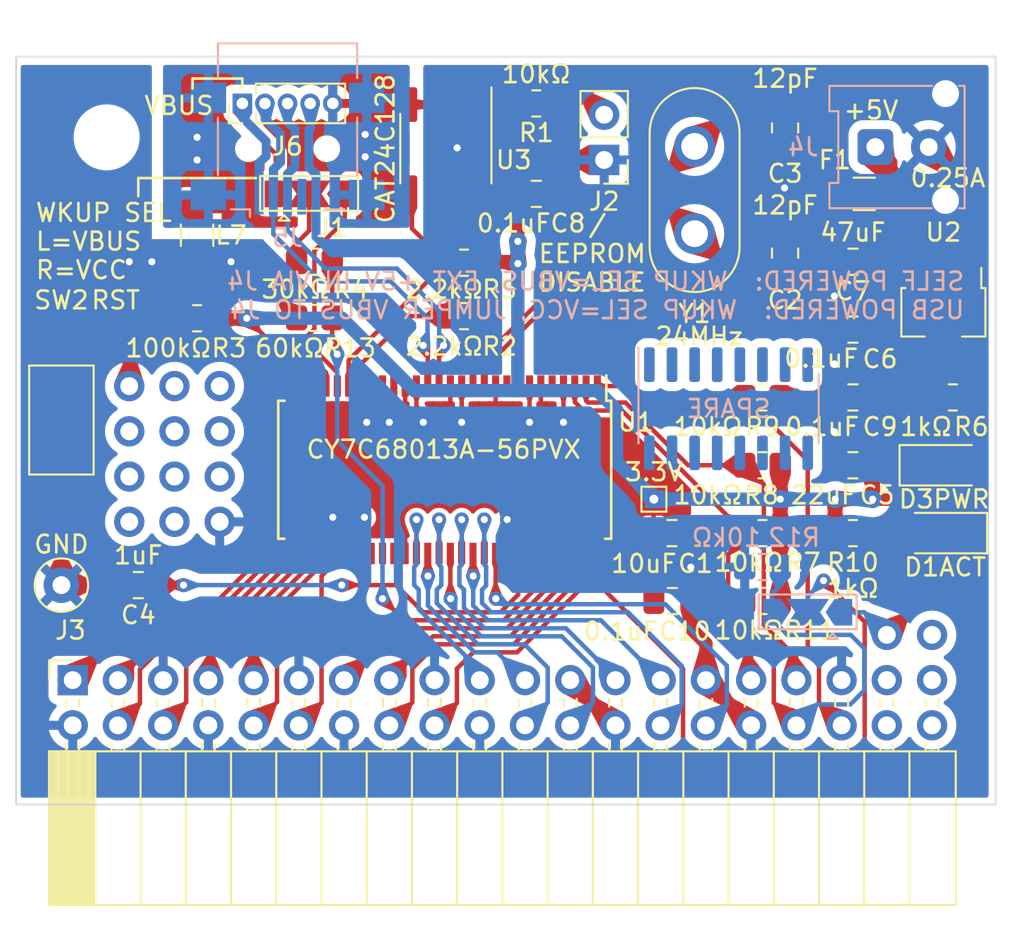
<source format=kicad_pcb>
(kicad_pcb (version 20221018) (generator pcbnew)
  (layers (0 "F.Cu" signal) (31 "B.Cu" signal) (34 "B.Paste" user) (35 "F.Paste" user) (36 "B.SilkS" user "B.Silkscreen") (37 "F.SilkS" user "F.Silkscreen") (38 "B.Mask" user) (39 "F.Mask" user) (44 "Edge.Cuts" user))
  (net 0 "")
  (net 1 "Net-(U1-XTALOUT)")
  (net 2 "GNDPWR")
  (net 3 "GNDREF")
  (net 4 "VCC")
  (net 5 "Net-(U1-XTALIN)")
  (net 6 "Net-(U1-~{RESET})")
  (net 7 "Net-(U2-VI)")
  (net 8 "Net-(U1-WAKEUP)")
  (net 9 "/SDA")
  (net 10 "/SCL")
  (net 11 "Net-(D1-K)")
  (net 12 "Net-(D1-A)")
  (net 13 "/D-")
  (net 14 "/D+")
  (net 15 "Net-(D3-A)")
  (net 16 "/A0")
  (net 17 "/A1")
  (net 18 "/A2")
  (net 19 "/A3")
  (net 20 "/A4")
  (net 21 "/A5")
  (net 22 "/A6")
  (net 23 "/A7")
  (net 24 "/A8")
  (net 25 "/A9")
  (net 26 "/A10")
  (net 27 "/A11")
  (net 28 "/D0")
  (net 29 "/D1")
  (net 30 "/D2")
  (net 31 "/D3")
  (net 32 "/D4")
  (net 33 "/D5")
  (net 34 "/D6")
  (net 35 "/D7")
  (net 36 "/~{RD}")
  (net 37 "/~{WR}")
  (net 38 "/PSEN")
  (net 39 "/~{RESET}")
  (net 40 "Net-(J4-Pin_1)")
  (net 41 "Net-(J1-A)")
  (net 42 "Net-(J1-C)")
  (net 43 "Net-(J2-B)")
  (net 49 "Net-(J7-C)")
  (footprint "Resistor_SMD:R_0805_2012Metric_Pad1.20x1.40mm_HandSolder" (layer "F.Cu") (at 130.81 83.82 180)
    (fp_text reference "R3")
    (fp_text value "100kΩ")
  )
  (footprint "Resistor_SMD:R_0805_2012Metric_Pad1.20x1.40mm_HandSolder" (layer "F.Cu") (at 162.56 88.265)
    (fp_text reference "R9")
    (fp_text value "10kΩ")
  )
  (footprint "Resistor_SMD:R_0805_2012Metric_Pad1.20x1.40mm_HandSolder" (layer "F.Cu") (at 149.86 71.755 180)
    (fp_text reference "R1")
    (fp_text value "10kΩ")
  )
  (footprint "Capacitor_SMD:C_0805_2012Metric_Pad1.18x1.45mm_HandSolder" (layer "F.Cu") (at 167.64 88.265 180)
    (fp_text reference "C9")
    (fp_text value "0.1uF")
  )
  (footprint "" (layer "F.Cu") (at 127 92.71)
    (fp_text reference "")
    (fp_text value "")
  )
  (footprint "" (layer "F.Cu") (at 172.085 101.6)
    (fp_text reference "")
    (fp_text value "")
  )
  (footprint "Package_SO:SOIC-8_3.9x4.9mm_P1.27mm" (layer "F.Cu") (at 144.78 74.295 -90)
    (fp_text reference "U3")
    (fp_text value "CAT24C128")
  )
  (footprint "Connector_PinSocket_2.54mm:PinSocket_2x20_P2.54mm_Horizontal" (layer "F.Cu") (at 123.825 104.14 90)
    (fp_text reference "J3")
    (fp_text value "Conn_02x20_Odd_Even")
  )
  (footprint "" (layer "F.Cu") (at 132.08 95.25)
    (fp_text reference "")
    (fp_text value "")
  )
  (footprint "TestPoint:TestPoint_Loop_D2.50mm_Drill1.0mm" (layer "F.Cu") (at 123.19 98.806)
    (fp_text reference "TP2" hide)
    (fp_text value "GND")
  )
  (footprint "Jumper:SolderJumper-3_P2.0mm_Open_TrianglePad1.0x1.5mm" (layer "F.Cu") (at 137.1 76.835)
    (fp_text reference "J1")
    (fp_text value "Jumper_3_Bridged12")
  )
  (footprint "LED_SMD:LED_1206_3216Metric_Pad1.42x1.75mm_HandSolder" (layer "F.Cu") (at 172.72 92.075)
    (fp_text reference "D3")
    (fp_text value "PWR")
  )
  (footprint "Package_TO_SOT_SMD:SOT-89-3_Handsoldering" (layer "F.Cu") (at 172.72 83.185 -90)
    (fp_text reference "U2")
    (fp_text value "AZ1117-3.3")
  )
  (footprint "" (layer "F.Cu") (at 127 87.63)
    (fp_text reference "")
    (fp_text value "")
  )
  (footprint "Connector_PinHeader_2.54mm:PinHeader_1x02_P2.54mm_Vertical" (layer "F.Cu") (at 153.67 74.93 180)
    (fp_text reference "J2")
    (fp_text value "EEPROM\nDISABLE")
  )
  (footprint "Capacitor_SMD:C_0805_2012Metric_Pad1.18x1.45mm_HandSolder" (layer "F.Cu") (at 167.64 92.075 180)
    (fp_text reference "C5")
    (fp_text value "22uF")
  )
  (footprint "" (layer "F.Cu") (at 129.54 87.63)
    (fp_text reference "")
    (fp_text value "")
  )
  (footprint "LED_SMD:LED_1206_3216Metric_Pad1.42x1.75mm_HandSolder" (layer "F.Cu") (at 172.72 95.885 180)
    (fp_text reference "D1")
    (fp_text value "ACT")
  )
  (footprint "Button_Switch_SMD:SW_SPST_FSMSM" (layer "F.Cu") (at 123.19 89.535 90)
    (fp_text reference "SW2")
    (fp_text value "RST")
  )
  (footprint "Capacitor_SMD:C_0805_2012Metric_Pad1.18x1.45mm_HandSolder" (layer "F.Cu") (at 163.83 73.1305 -90)
    (fp_text reference "C3")
    (fp_text value "12pF")
  )
  (footprint "Resistor_SMD:R_0805_2012Metric_Pad1.20x1.40mm_HandSolder" (layer "F.Cu") (at 137.4 80.645)
    (fp_text reference "R4")
    (fp_text value "30kΩ")
  )
  (footprint "" (layer "F.Cu") (at 127 95.25)
    (fp_text reference "")
    (fp_text value "")
  )
  (footprint "Crystal:Crystal_HC50_Vertical" (layer "F.Cu") (at 158.75 74.168 -90)
    (fp_text reference "Y1")
    (fp_text value "24MHz")
  )
  (footprint "Resistor_SMD:R_0805_2012Metric_Pad1.20x1.40mm_HandSolder" (layer "F.Cu") (at 145.8 80.7 180)
    (fp_text reference "R5")
    (fp_text value "2.2kΩ")
  )
  (footprint "Capacitor_SMD:C_0805_2012Metric_Pad1.18x1.45mm_HandSolder" (layer "F.Cu") (at 127.508 98.806 180)
    (fp_text reference "C4")
    (fp_text value "1uF")
  )
  (footprint "Package_SO:SSOP-56_7.5x18.5mm_P0.635mm" (layer "F.Cu") (at 144.7165 92.328 -90)
    (fp_text reference "U1")
    (fp_text value "CY7C68013A-56PVX")
  )
  (footprint "" (layer "F.Cu") (at 132.08 92.71)
    (fp_text reference "")
    (fp_text value "")
  )
  (footprint "" (layer "F.Cu") (at 127 90.17)
    (fp_text reference "")
    (fp_text value "")
  )
  (footprint "Resistor_SMD:R_0805_2012Metric_Pad1.20x1.40mm_HandSolder" (layer "F.Cu") (at 173.25 88.265)
    (fp_text reference "R6")
    (fp_text value "1kΩ")
  )
  (footprint "Resistor_SMD:R_0805_2012Metric_Pad1.20x1.40mm_HandSolder" (layer "F.Cu") (at 162.56 99.695 180)
    (fp_text reference "R11")
    (fp_text value "10kΩ")
  )
  (footprint "" (layer "F.Cu") (at 129.54 92.71)
    (fp_text reference "")
    (fp_text value "")
  )
  (footprint "Fuse:Fuse_1206_3216Metric_Pad1.42x1.75mm_HandSolder" (layer "F.Cu") (at 168.275 76.835)
    (fp_text reference "F1")
    (fp_text value "0.25A")
  )
  (footprint "Resistor_SMD:R_0805_2012Metric_Pad1.20x1.40mm_HandSolder" (layer "F.Cu") (at 145.8 83.7 180)
    (fp_text reference "R2")
    (fp_text value "2.2kΩ")
  )
  (footprint "Capacitor_SMD:C_0805_2012Metric_Pad1.18x1.45mm_HandSolder" (layer "F.Cu") (at 157.48 95.885)
    (fp_text reference "C1")
    (fp_text value "10uF")
  )
  (footprint "Resistor_SMD:R_0805_2012Metric_Pad1.20x1.40mm_HandSolder" (layer "F.Cu") (at 167.64 95.885)
    (fp_text reference "R10")
    (fp_text value "1kΩ")
  )
  (footprint "" (layer "F.Cu") (at 129.54 90.17)
    (fp_text reference "")
    (fp_text value "")
  )
  (footprint "Capacitor_SMD:C_0805_2012Metric_Pad1.18x1.45mm_HandSolder" (layer "F.Cu") (at 167.64 80.645 180)
    (fp_text reference "C7")
    (fp_text value "47uF")
  )
  (footprint "Capacitor_SMD:C_0805_2012Metric_Pad1.18x1.45mm_HandSolder" (layer "F.Cu") (at 149.86 76.835)
    (fp_text reference "C8")
    (fp_text value "0.1uF")
  )
  (footprint "Capacitor_SMD:C_0805_2012Metric_Pad1.18x1.45mm_HandSolder" (layer "F.Cu") (at 167.64 84.455 180)
    (fp_text reference "C6")
    (fp_text value "0.1uF")
  )
  (footprint "Capacitor_SMD:C_0805_2012Metric_Pad1.18x1.45mm_HandSolder" (layer "F.Cu") (at 157.5 99.7)
    (fp_text reference "C10")
    (fp_text value "0.1uF")
  )
  (footprint "" (layer "F.Cu") (at 169.545 101.6)
    (fp_text reference "")
    (fp_text value "")
  )
  (footprint "Inductor_SMD:L_1206_3216Metric_Pad1.42x1.75mm_HandSolder" (layer "F.Cu") (at 130.81 79.1575 -90)
    (fp_text reference "L7")
    (fp_text value "220Ω@100MHz")
  )
  (footprint "Resistor_SMD:R_0805_2012Metric_Pad1.20x1.40mm_HandSolder" (layer "F.Cu") (at 162.56 92.075 180)
    (fp_text reference "R8")
    (fp_text value "10kΩ")
  )
  (footprint "Connector_PinHeader_1.27mm:PinHeader_1x05_P1.27mm_Vertical" (layer "F.Cu") (at 133.35 71.755 90)
    (fp_text reference "J6")
    (fp_text value "Conn_01x05")
  )
  (footprint "" (layer "F.Cu") (at 132.08 87.63)
    (fp_text reference "")
    (fp_text value "")
  )
  (footprint "TestPoint:TestPoint_THTPad_1.0x1.0mm_Drill0.5mm" (layer "F.Cu") (at 156.464 93.98)
    (fp_text reference "TP1" hide)
    (fp_text value "3.3V")
  )
  (footprint "Capacitor_SMD:C_0805_2012Metric_Pad1.18x1.45mm_HandSolder" (layer "F.Cu") (at 163.83 80.1585 -90)
    (fp_text reference "C2")
    (fp_text value "12pF")
  )
  (footprint "" (layer "F.Cu") (at 132.08 90.17)
    (fp_text reference "")
    (fp_text value "")
  )
  (footprint "MountingHole:MountingHole_3.2mm_M3" (layer "F.Cu") (at 125.73 73.66)
    (fp_text reference "H1" hide)
    (fp_text value "MountingHole")
  )
  (footprint "Resistor_SMD:R_0805_2012Metric_Pad1.20x1.40mm_HandSolder" (layer "F.Cu") (at 137.4 83.8 180)
    (fp_text reference "R13")
    (fp_text value "60kΩ")
  )
  (footprint "" (layer "F.Cu") (at 129.54 95.25)
    (fp_text reference "")
    (fp_text value "")
  )
  (footprint "Resistor_SMD:R_0805_2012Metric_Pad1.20x1.40mm_HandSolder" (layer "F.Cu") (at 162.56 95.885 180)
    (fp_text reference "R7")
    (fp_text value "10kΩ")
  )
  (footprint "Connector_Molex:Molex_Micro-Fit_3.0_43045-0212_2x01_P3.00mm_Vertical" (layer "B.Cu") (at 168.9 74.205 -90)
    (fp_text reference "J4")
    (fp_text value "5V")
  )
  (footprint "Jumper:SolderJumper-3_P2.0mm_Open_TrianglePad1.0x1.5mm" (layer "B.Cu") (at 165.1 100.33 180)
    (fp_text reference "J7" hide)
    (fp_text value "Jumper_3_Bridged12")
  )
  (footprint "Package_SO:SOIC-16_3.9x9.9mm_P1.27mm" (layer "B.Cu") (at 160.655 88.9 -90)
    (fp_text reference "SPARE")
    (fp_text value "SOIC-16_3.9x9.9mm_P1.27mm")
  )
  (footprint "Resistor_SMD:R_0805_2012Metric_Pad1.20x1.40mm_HandSolder" (layer "B.Cu") (at 162.56 97.79 180)
    (fp_text reference "R12")
    (fp_text value "10kΩ")
  )
  (footprint "Connector_USB:USB_Mini-B_Lumberg_2486_01_Horizontal" (layer "B.Cu") (at 135.89 74.295)
    (fp_text reference "J5")
    (fp_text value "USB_B_Mini")
  )
  (gr_line (start 134.112 75.946) (end 127.508 75.946) (stroke (width 0.15)) (layer "F.SilkS"))
  (gr_line (start 153.67 77.978) (end 152.908 79.248) (stroke (width 0.15)) (layer "F.SilkS"))
  (gr_line (start 133.35 70.358) (end 133.35 70.866) (stroke (width 0.15)) (layer "F.SilkS"))
  (gr_line (start 130.556 70.918264) (end 130.556 70.358) (stroke (width 0.15)) (layer "F.SilkS"))
  (gr_line (start 127.508 75.946) (end 127.508 76.962) (stroke (width 0.15)) (layer "F.SilkS"))
  (gr_line (start 130.556 70.358) (end 133.35 70.358) (stroke (width 0.15)) (layer "F.SilkS"))
  (gr_rect (start 120.65 69.125) (end 175.65 111.125) (stroke (width 0.1)) (fill none) (layer "Edge.Cuts"))
  (gr_text "SELF POWERED:  WKUP SEL=VBUS, EXT +5V IN VIA J4\nUSB POWERED:  WKUP SEL=VCC, JUMPER VBUS TO J4" (at 173.99 82.55) (layer "B.SilkS") (effects (font (size 1 1)) (justify left mirror)))
  (gr_text "WKUP SEL\nL=VBUS\nR=VCC" (at 121.666 79.502) (layer "F.SilkS") (effects (font (size 1 1)) (justify left)))
  (gr_text "+5V" (at 168.656 72.136) (layer "F.SilkS") (effects (font (size 1 1))))
  (gr_text "VBUS" (at 129.794 71.882) (layer "F.SilkS") (effects (font (size 1 1))))
  (segment (start 163.83 81.196) (end 160.878 81.196) (width 0.25) (layer "F.Cu") (net 1))
  (segment (start 156.304396 77.25) (end 146.939 86.615396) (width 0.25) (layer "F.Cu") (net 1))
  (segment (start 156.932 77.25) (end 156.304396 77.25) (width 0.25) (layer "F.Cu") (net 1))
  (segment (start 146.939 86.615396) (end 146.939 87.628) (width 0.25) (layer "F.Cu") (net 1))
  (segment (start 158.75 79.068) (end 156.932 77.25) (width 0.25) (layer "F.Cu") (net 1))
  (segment (start 160.878 81.196) (end 158.75 79.068) (width 0.25) (layer "F.Cu") (net 1))
  (via (at 130.81 74.93) (size 1) (drill 0.4) (layers "F.Cu" "B.Cu") (net 2))
  (via (at 140.25 74.75) (size 1) (drill 0.4) (layers "F.Cu" "B.Cu") (net 2))
  (via (at 140.25 73.5) (size 1) (drill 0.4) (layers "F.Cu" "B.Cu") (net 2))
  (via (at 130.81 73.66) (size 1) (drill 0.4) (layers "F.Cu" "B.Cu") (net 2))
  (segment (start 136.4 83.8) (end 134.6 82) (width 0.25) (layer "F.Cu") (net 3))
  (segment (start 138.684 95.75) (end 138.43 95.496) (width 0.25) (layer "F.Cu") (net 3))
  (segment (start 158.5375 101.2375) (end 159.385 102.085) (width 0.75) (layer "F.Cu") (net 3))
  (segment (start 166.6025 82.5715) (end 166.6025 84.455) (width 0.75) (layer "F.Cu") (net 3))
  (segment (start 159.385 104.14) (end 161.925 106.68) (width 0.75) (layer "F.Cu") (net 3))
  (segment (start 150.8975 75.7025) (end 151.67 74.93) (width 0.75) (layer "F.Cu") (net 3))
  (segment (start 141.605 89.113) (end 141.859 88.859) (width 0.25) (layer "F.Cu") (net 3))
  (segment (start 123.19 98.806) (end 126.4705 98.806) (width 0.25) (layer "F.Cu") (net 3))
  (segment (start 163.83 74.168) (end 163.83 79.121) (width 0.75) (layer "F.Cu") (net 3))
  (segment (start 143.129 88.75) (end 143.51 89.131) (width 0.25) (layer "F.Cu") (net 3))
  (segment (start 123.19 98.806) (end 123.19 94.125) (width 0.25) (layer "F.Cu") (net 3))
  (segment (start 166.6025 84.455) (end 166.6025 86.3815) (width 0.75) (layer "F.Cu") (net 3))
  (segment (start 158.5375 99.7) (end 158.5375 95.905) (width 0.75) (layer "F.Cu") (net 3))
  (segment (start 143.129 87.628) (end 143.129 88.75) (width 0.25) (layer "F.Cu") (net 3))
  (segment (start 158.5375 99.7) (end 158.5375 101.2375) (width 0.75) (layer "F.Cu") (net 3))
  (segment (start 166.6025 90.1915) (end 166.6025 92.075) (width 0.75) (layer "F.Cu") (net 3))
  (segment (start 151.384 87.628) (end 151.384 89.662) (width 0.25) (layer "F.Cu") (net 3))
  (segment (start 139.954 95.75) (end 140.208 95.496) (width 0.25) (layer "F.Cu") (net 3))
  (segment (start 141.605 89.662) (end 141.605 89.113) (width 0.25) (layer "F.Cu") (net 3))
  (segment (start 150.8975 76.835) (end 150.8975 75.7025) (width 0.75) (layer "F.Cu") (net 3))
  (segment (start 140.589 88.75) (end 140.335 89.004) (width 0.25) (layer "F.Cu") (net 3))
  (segment (start 166.6025 88.265) (end 166.6025 90.1915) (width 0.75) (layer "F.Cu") (net 3))
  (segment (start 169.349 90.1915) (end 166.6025 90.1915) (width 0.75) (layer "F.Cu") (net 3))
  (segment (start 143.51 89.131) (end 143.51 89.662) (width 0.25) (layer "F.Cu") (net 3))
  (segment (start 159.385 102.085) (end 159.385 104.14) (width 0.75) (layer "F.Cu") (net 3))
  (segment (start 140.208 95.496) (end 140.208 94.996) (width 0.25) (layer "F.Cu") (net 3))
  (segment (start 151.67 74.93) (end 153.67 74.93) (width 0.75) (layer "F.Cu") (net 3))
  (segment (start 134.07 82) (end 132.715 80.645) (width 0.25) (layer "F.Cu") (net 3))
  (segment (start 163.56 88.265) (end 166.6025 88.265) (width 0.75) (layer "F.Cu") (net 3))
  (segment (start 142.875 71.82) (end 145.415 71.82) (width 0.5) (layer "F.Cu") (net 3))
  (segment (start 149.479 87.628) (end 149.479 89.662) (width 0.25) (layer "F.Cu") (net 3))
  (segment (start 145.669 87.628) (end 145.669 89.662) (width 0.25) (layer "F.Cu") (net 3))
  (segment (start 174.22 76.525) (end 174.22 81.035) (width 0.75) (layer "F.Cu") (net 3))
  (segment (start 166.6025 80.645) (end 166.6025 82.5715) (width 0.75) (layer "F.Cu") (net 3))
  (segment (start 134.6 82) (end 134.07 82) (width 0.25) (layer "F.Cu") (net 3))
  (segment (start 140.335 89.004) (end 140.335 89.662) (width 0.25) (layer "F.Cu") (net 3))
  (segment (start 148.209 97.028) (end 148.209 95.1347) (width 0.25) (layer "F.Cu") (net 3))
  (segment (start 138.684 97.028) (end 138.684 95.75) (width 0.25) (layer "F.Cu") (net 3))
  (segment (start 139.954 97.028) (end 139.954 95.75) (width 0.25) (layer "F.Cu") (net 3))
  (segment (start 158.5375 95.905) (end 158.5175 95.885) (width 0.75) (layer "F.Cu") (net 3))
  (segment (start 171.2325 92.075) (end 169.349 90.1915) (width 0.75) (layer "F.Cu") (net 3))
  (segment (start 127 80.645) (end 132.715 80.645) (width 0.75) (layer "F.Cu") (net 3))
  (segment (start 171.9 74.205) (end 174.22 76.525) (width 0.75) (layer "F.Cu") (net 3))
  (segment (start 140.589 87.628) (end 140.589 88.75) (width 0.25) (layer "F.Cu") (net 3))
  (segment (start 145.415 74.25) (end 145.415 71.82) (width 0.5) (layer "F.Cu") (net 3))
  (segment (start 151.765 104.14) (end 154.305 106.68) (width 0.75) (layer "F.Cu") (net 3))
  (segment (start 138.43 95.496) (end 138.43 94.996) (width 0.25) (layer "F.Cu") (net 3))
  (segment (start 166.6025 86.3815) (end 166.6025 88.265) (width 0.75) (layer "F.Cu") (net 3))
  (segment (start 145.415 76.77) (end 145.415 74.25) (width 0.5) (layer "F.Cu") (net 3))
  (segment (start 141.859 87.628) (end 141.859 88.859) (width 0.25) (layer "F.Cu") (net 3))
  (via (at 148.2217 95.122) (size 0.8) (drill 0.4) (layers "F.Cu" "B.Cu") (net 3))
  (via (at 141.605 89.662) (size 0.8) (drill 0.4) (layers "F.Cu" "B.Cu") (net 3))
  (via (at 140.335 89.662) (size 0.8) (drill 0.4) (layers "F.Cu" "B.Cu") (net 3))
  (via (at 140.208 94.996) (size 0.8) (drill 0.4) (layers "F.Cu" "B.Cu") (net 3))
  (via (at 138.43 94.996) (size 0.8) (drill 0.4) (layers "F.Cu" "B.Cu") (net 3))
  (via (at 158.5375 97.8) (size 1) (drill 0.4) (layers "F.Cu" "B.Cu") (net 3))
  (via (at 163.8 76.5) (size 1) (drill 0.4) (layers "F.Cu" "B.Cu") (net 3))
  (via (at 132.715 80.645) (size 1) (drill 0.4) (layers "F.Cu" "B.Cu") (net 3))
  (via (at 145.669 89.662) (size 0.8) (drill 0.4) (layers "F.Cu" "B.Cu") (net 3))
  (via (at 143.51 89.662) (size 0.8) (drill 0.4) (layers "F.Cu" "B.Cu") (net 3))
  (via (at 127 80.645) (size 1) (drill 0.4) (layers "F.Cu" "B.Cu") (net 3))
  (via (at 151.384 89.662) (size 0.8) (drill 0.4) (layers "F.Cu" "B.Cu") (net 3))
  (via (at 166.6025 82.5715) (size 1) (drill 0.4) (layers "F.Cu" "B.Cu") (net 3))
  (via (at 128.27 80.645) (size 1) (drill 0.4) (layers "F.Cu" "B.Cu") (net 3))
  (via (at 166.6025 90.1915) (size 1) (drill 0.4) (layers "F.Cu" "B.Cu") (net 3))
  (via (at 145.415 74.25) (size 1) (drill 0.4) (layers "F.Cu" "B.Cu") (net 3))
  (via (at 149.479 89.662) (size 0.8) (drill 0.4) (layers "F.Cu" "B.Cu") (net 3))
  (via (at 166.6025 86.3815) (size 1) (drill 0.4) (layers "F.Cu" "B.Cu") (net 3))
  (segment (start 137.49 76.995) (end 137.49 79.24) (width 0.5) (layer "B.Cu") (net 3))
  (segment (start 137.49 79.24) (end 138.25 80) (width 0.5) (layer "B.Cu") (net 3))
  (segment (start 137.185393 73.154607) (end 137.185393 71.780393) (width 0.5) (layer "B.Cu") (net 3))
  (segment (start 137.185393 71.780393) (end 137.16 71.755) (width 0.5) (layer "B.Cu") (net 3))
  (segment (start 137.49 76.995) (end 137.49 75.74) (width 0.5) (layer "B.Cu") (net 3))
  (segment (start 137.49 75.74) (end 137.09 75.34) (width 0.5) (layer "B.Cu") (net 3))
  (segment (start 137.09 75.34) (end 137.09 73.25) (width 0.5) (layer "B.Cu") (net 3))
  (segment (start 137.09 73.25) (end 137.185393 73.154607) (width 0.5) (layer "B.Cu") (net 3))
  (segment (start 166.64 93.98) (end 166.64 95.885) (width 0.75) (layer "F.Cu") (net 4))
  (segment (start 172.75 93.211726) (end 172.75 90.5) (width 0.75) (layer "F.Cu") (net 4))
  (segment (start 138.684 86.865208) (end 136.818792 85) (width 0.25) (layer "F.Cu") (net 4))
  (segment (start 172.75 90.5) (end 172.25 90) (width 0.75) (layer "F.Cu") (net 4))
  (segment (start 127 87.63) (end 127 86.2) (width 0.75) (layer "F.Cu") (net 4))
  (segment (start 172.25 87.25) (end 172.72 86.78) (width 0.75) (layer "F.Cu") (net 4))
  (segment (start 172.25 88.265) (end 172.25 87.25) (width 0.75) (layer "F.Cu") (net 4))
  (segment (start 137.4 80.031827) (end 137.4 84.418792) (width 0.25) (layer "F.Cu") (net 4))
  (segment (start 168.6775 92.075) (end 168.75 92.1475) (width 0.75) (layer "F.Cu") (net 4))
  (segment (start 148.8225 80.7505) (end 148.8225 76.835) (width 0.75) (layer "F.Cu") (net 4))
  (segment (start 163.56 95.885) (end 163.56 94.25) (width 0.75) (layer "F.Cu") (net 4))
  (segment (start 146.8 83.7) (end 146.8 80.7) (width 0.75) (layer "F.Cu") (net 4))
  (segment (start 133.6 83.82) (end 131.81 83.82) (width 0.75) (layer "F.Cu") (net 4))
  (segment (start 139.1 76.835) (end 139.1 78.331827) (width 0.25) (layer "F.Cu") (net 4))
  (segment (start 163.56 94.25) (end 163.56 92.075) (width 0.75) (layer "F.Cu") (net 4))
  (segment (start 168.6775 88.265) (end 172.25 88.265) (width 0.75) (layer "F.Cu") (net 4))
  (segment (start 168.75 92.1475) (end 168.75 93.98) (width 0.75) (layer "F.Cu") (net 4))
  (segment (start 139.1 78.331827) (end 137.4 80.031827) (width 0.25) (layer "F.Cu") (net 4))
  (segment (start 166.64 93.98) (end 171.981726 93.98) (width 0.75) (layer "F.Cu") (net 4))
  (segment (start 131.81 85.09) (end 131.81 83.82) (width 0.75) (layer "F.Cu") (net 4))
  (segment (start 172.72 86.78) (end 172.72 81.1225) (width 0.75) (layer "F.Cu") (net 4))
  (segment (start 134.78 85) (end 133.6 83.82) (width 0.25) (layer "F.Cu") (net 4))
  (segment (start 146.78 80.645) (end 148.717 80.645) (width 0.75) (layer "F.Cu") (net 4))
  (segment (start 127 86.2) (end 127.6 85.6) (width 0.75) (layer "F.Cu") (net 4))
  (segment (start 138.684 87.628) (end 138.684 86.865208) (width 0.25) (layer "F.Cu") (net 4))
  (segment (start 146.685 76.77) (end 148.7575 76.77) (width 0.5) (layer "F.Cu") (net 4))
  (segment (start 148.8225 75.2775) (end 150.86 73.24) (width 0.5) (layer "F.Cu") (net 4))
  (segment (start 127.6 85.6) (end 131.3 85.6) (width 0.75) (layer "F.Cu") (net 4))
  (segment (start 137.4 84.418792) (end 136.818792 85) (width 0.25) (layer "F.Cu") (net 4))
  (segment (start 136.818792 85) (end 134.78 85) (width 0.25) (layer "F.Cu") (net 4))
  (segment (start 171.981726 93.98) (end 172.75 93.211726) (width 0.75) (layer "F.Cu") (net 4))
  (segment (start 150.86 73.24) (end 150.86 71.755) (width 0.5) (layer "F.Cu") (net 4))
  (segment (start 131.3 85.6) (end 131.81 85.09) (width 0.75) (layer "F.Cu") (net 4))
  (segment (start 163.56 95.885) (end 163.56 99.695) (width 0.75) (layer "F.Cu") (net 4))
  (segment (start 148.8225 76.835) (end 148.8225 75.2775) (width 0.5) (layer "F.Cu") (net 4))
  (segment (start 172.25 90) (end 172.25 88.265) (width 0.75) (layer "F.Cu") (net 4))
  (via (at 148.8225 80.7505) (size 1) (drill 0.4) (layers "F.Cu" "B.Cu") (net 4))
  (via (at 166.64 93.98) (size 1) (drill 0.4) (layers "F.Cu" "B.Cu") (net 4))
  (via (at 168.75 93.98) (size 1) (drill 0.4) (layers "F.Cu" "B.Cu") (net 4))
  (via (at 133.6 83.82) (size 1) (drill 0.4) (layers "F.Cu" "B.Cu") (net 4))
  (via (at 163.56 93.98) (size 1) (drill 0.4) (layers "F.Cu" "B.Cu") (net 4))
  (via (at 148.8225 79.5) (size 1) (drill 0.4) (layers "F.Cu" "B.Cu") (net 4))
  (segment (start 138.9425 83.82) (end 133.6 83.82) (width 0.75) (layer "B.Cu") (net 4))
  (segment (start 148.8225 87.8625) (end 148.844 87.884) (width 0.75) (layer "B.Cu") (net 4))
  (segment (start 153.289 87.884) (end 148.844 87.884) (width 0.75) (layer "B.Cu") (net 4))
  (segment (start 163.56 93.98) (end 156.464 93.98) (width 0.75) (layer "B.Cu") (net 4))
  (segment (start 154.3685 91.8845) (end 154.3685 88.9635) (width 0.75) (layer "B.Cu") (net 4))
  (segment (start 156.464 93.98) (end 154.3685 91.8845) (width 0.75) (layer "B.Cu") (net 4))
  (segment (start 143.0065 87.884) (end 138.9425 83.82) (width 0.75) (layer "B.Cu") (net 4))
  (segment (start 148.8225 79.5) (end 148.8225 87.8625) (width 0.75) (layer "B.Cu") (net 4))
  (segment (start 163.56 93.98) (end 168.75 93.98) (width 0.75) (layer "B.Cu") (net 4))
  (segment (start 148.844 87.884) (end 143.0065 87.884) (width 0.75) (layer "B.Cu") (net 4))
  (segment (start 154.3685 88.9635) (end 153.289 87.884) (width 0.75) (layer "B.Cu") (net 4))
  (segment (start 158.75 74.168) (end 146.304 86.614) (width 0.25) (layer "F.Cu") (net 5))
  (segment (start 146.304 86.614) (end 146.304 87.628) (width 0.25) (layer "F.Cu") (net 5))
  (segment (start 158.75 74.168) (end 160.825 72.093) (width 0.25) (layer "F.Cu") (net 5))
  (segment (start 160.825 72.093) (end 163.83 72.093) (width 0.25) (layer "F.Cu") (net 5))
  (segment (start 147.849005 100.33) (end 148.844 99.335005) (width 0.25) (layer "F.Cu") (net 6))
  (segment (start 143.51 100.33) (end 147.849005 100.33) (width 0.25) (layer "F.Cu") (net 6))
  (segment (start 125.2 91.545) (end 123.19 89.535) (width 0.25) (layer "F.Cu") (net 6))
  (segment (start 124.315 83.82) (end 123.19 84.945) (width 0.25) (layer "F.Cu") (net 6))
  (segment (start 128 97.1) (end 126.056 97.1) (width 0.25) (layer "F.Cu") (net 6))
  (segment (start 148.844 99.335005) (end 148.844 97.028) (width 0.25) (layer "F.Cu") (net 6))
  (segment (start 130.048 98.806) (end 128.5455 98.806) (width 0.25) (layer "F.Cu") (net 6))
  (segment (start 129.81 83.82) (end 124.315 83.82) (width 0.25) (layer "F.Cu") (net 6))
  (segment (start 126.056 97.1) (end 125.2 96.244) (width 0.25) (layer "F.Cu") (net 6))
  (segment (start 128.5455 98.806) (end 128.5455 97.6455) (width 0.25) (layer "F.Cu") (net 6))
  (segment (start 128.5455 97.6455) (end 128 97.1) (width 0.25) (layer "F.Cu") (net 6))
  (segment (start 125.2 96.244) (end 125.2 91.545) (width 0.25) (layer "F.Cu") (net 6))
  (segment (start 138.938 98.806) (end 141.986 98.806) (width 0.25) (layer "F.Cu") (net 6))
  (segment (start 141.986 98.806) (end 143.51 100.33) (width 0.25) (layer "F.Cu") (net 6))
  (segment (start 123.19 89.535) (end 123.19 84.945) (width 0.25) (layer "F.Cu") (net 6))
  (via (at 130.048 98.806) (size 0.8) (drill 0.4) (layers "F.Cu" "B.Cu") (net 6))
  (via (at 138.938 98.806) (size 0.8) (drill 0.4) (layers "F.Cu" "B.Cu") (net 6))
  (segment (start 130.048 98.806) (end 138.938 98.806) (width 0.25) (layer "B.Cu") (net 6))
  (segment (start 168.6775 80.645) (end 169.799 80.645) (width 0.75) (layer "F.Cu") (net 7))
  (segment (start 166.7875 77.86925) (end 168.6775 79.75925) (width 0.75) (layer "F.Cu") (net 7))
  (segment (start 166.7875 76.835) (end 166.7875 77.86925) (width 0.75) (layer "F.Cu") (net 7))
  (segment (start 169.799 80.645) (end 170.189 81.035) (width 0.75) (layer "F.Cu") (net 7))
  (segment (start 168.6775 80.645) (end 168.6775 84.455) (width 0.75) (layer "F.Cu") (net 7))
  (segment (start 168.6775 79.75925) (end 168.6775 80.645) (width 0.75) (layer "F.Cu") (net 7))
  (segment (start 170.189 81.035) (end 171.22 81.035) (width 0.75) (layer "F.Cu") (net 7))
  (segment (start 150.114 97.028) (end 150.114 96.386) (width 0.25) (layer "F.Cu") (net 8))
  (segment (start 150.114 98.701401) (end 150.114 97.028) (width 0.25) (layer "F.Cu") (net 8))
  (segment (start 150.397 96.103) (end 153.814 96.103) (width 0.25) (layer "F.Cu") (net 8))
  (segment (start 141.224 99.568) (end 142.436 100.78) (width 0.25) (layer "F.Cu") (net 8))
  (segment (start 142.436 100.78) (end 148.035401 100.78) (width 0.25) (layer "F.Cu") (net 8))
  (segment (start 150.114 96.386) (end 150.397 96.103) (width 0.25) (layer "F.Cu") (net 8))
  (segment (start 153.814 96.103) (end 156.4625 98.7515) (width 0.25) (layer "F.Cu") (net 8))
  (segment (start 138.680926 85.837835) (end 138.680926 85.180926) (width 0.25) (layer "F.Cu") (net 8))
  (segment (start 156.4625 98.7515) (end 156.4625 99.7) (width 0.25) (layer "F.Cu") (net 8))
  (segment (start 138.4 84.9) (end 138.4 80.645) (width 0.25) (layer "F.Cu") (net 8))
  (segment (start 148.035401 100.78) (end 150.114 98.701401) (width 0.25) (layer "F.Cu") (net 8))
  (segment (start 138.680926 85.180926) (end 138.4 84.9) (width 0.25) (layer "F.Cu") (net 8))
  (via (at 141.224 99.568) (size 0.8) (drill 0.4) (layers "F.Cu" "B.Cu") (net 8))
  (via (at 138.680926 85.837835) (size 0.8) (drill 0.4) (layers "F.Cu" "B.Cu") (net 8))
  (segment (start 141.224 93.224) (end 141.224 99.568) (width 0.25) (layer "B.Cu") (net 8))
  (segment (start 138.680926 90.680926) (end 141.224 93.224) (width 0.25) (layer "B.Cu") (net 8))
  (segment (start 138.680926 85.837835) (end 138.680926 90.680926) (width 0.25) (layer "B.Cu") (net 8))
  (segment (start 144.8 80.7) (end 142.875 78.775) (width 0.25) (layer "F.Cu") (net 9))
  (segment (start 142.875 78.775) (end 142.875 76.77) (width 0.25) (layer "F.Cu") (net 9))
  (segment (start 144.8 80.7) (end 139.319 86.181) (width 0.25) (layer "F.Cu") (net 9))
  (segment (start 139.319 86.181) (end 139.319 87.628) (width 0.25) (layer "F.Cu") (net 9))
  (segment (start 142.7 83.7) (end 139.954 86.446) (width 0.25) (layer "F.Cu") (net 10))
  (segment (start 144.145 78.345) (end 144.145 76.77) (width 0.25) (layer "F.Cu") (net 10))
  (segment (start 144.8 83.7) (end 142.7 83.7) (width 0.25) (layer "F.Cu") (net 10))
  (segment (start 139.954 86.446) (end 139.954 87.628) (width 0.25) (layer "F.Cu") (net 10))
  (segment (start 144.8 83.7) (end 145.8 82.7) (width 0.25) (layer "F.Cu") (net 10))
  (segment (start 145.8 82.7) (end 145.8 80) (width 0.25) (layer "F.Cu") (net 10))
  (segment (start 145.8 80) (end 144.145 78.345) (width 0.25) (layer "F.Cu") (net 10))
  (segment (start 174.2075 96.9375) (end 169.545 101.6) (width 0.25) (layer "F.Cu") (net 11))
  (segment (start 174.2075 95.885) (end 174.2075 96.9375) (width 0.25) (layer "F.Cu") (net 11))
  (segment (start 169.545 101.6) (end 168.275 100.33) (width 0.25) (layer "B.Cu") (net 11))
  (segment (start 168.275 100.33) (end 167.1 100.33) (width 0.25) (layer "B.Cu") (net 11))
  (segment (start 168.64 95.885) (end 171.2325 95.885) (width 0.75) (layer "F.Cu") (net 12))
  (segment (start 143.764 87.628) (end 143.764 85.598) (width 0.25) (layer "F.Cu") (net 13))
  (segment (start 143.764 85.598) (end 143.51 85.344) (width 0.25) (layer "F.Cu") (net 13))
  (via (at 143.51 85.344) (size 0.8) (drill 0.4) (layers "F.Cu" "B.Cu") (net 13))
  (segment (start 141.681802 81.75) (end 137.75 81.75) (width 0.25) (layer "B.Cu") (net 13))
  (segment (start 137.75 81.75) (end 135.09 79.09) (width 0.25) (layer "B.Cu") (net 13))
  (segment (start 143.51 85.344) (end 143.75 85.104) (width 0.25) (layer "B.Cu") (net 13))
  (segment (start 143.75 85.104) (end 143.75 83.818198) (width 0.25) (layer "B.Cu") (net 13))
  (segment (start 143.75 83.818198) (end 141.681802 81.75) (width 0.25) (layer "B.Cu") (net 13))
  (segment (start 134.62 72.62) (end 135.5 73.5) (width 0.5) (layer "B.Cu") (net 13))
  (segment (start 135.5 75.055025) (end 135.09 75.465025) (width 0.5) (layer "B.Cu") (net 13))
  (segment (start 135.09 79.09) (end 135.09 76.995) (width 0.25) (layer "B.Cu") (net 13))
  (segment (start 135.09 75.465025) (end 135.09 76.995) (width 0.5) (layer "B.Cu") (net 13))
  (segment (start 134.62 71.755) (end 134.62 72.62) (width 0.5) (layer "B.Cu") (net 13))
  (segment (start 135.5 73.5) (end 135.5 75.055025) (width 0.5) (layer "B.Cu") (net 13))
  (segment (start 144.399 87.628) (end 144.399 85.598) (width 0.25) (layer "F.Cu") (net 14))
  (segment (start 144.399 85.598) (end 144.653 85.344) (width 0.25) (layer "F.Cu") (net 14))
  (via (at 144.653 85.344) (size 0.8) (drill 0.4) (layers "F.Cu" "B.Cu") (net 14))
  (segment (start 135.89 75.709999) (end 135.89 76.995) (width 0.5) (layer "B.Cu") (net 14))
  (segment (start 144.406059 83.406059) (end 142.026 81.026) (width 0.25) (layer "B.Cu") (net 14))
  (segment (start 142.026 81.026) (end 138.026 81.026) (width 0.25) (layer "B.Cu") (net 14))
  (segment (start 135.89 72.789999) (end 136.3 73.199999) (width 0.5) (layer "B.Cu") (net 14))
  (segment (start 138.026 81.026) (end 135.89 78.89) (width 0.25) (layer "B.Cu") (net 14))
  (segment (start 136.3 73.199999) (end 136.3 75.299999) (width 0.5) (layer "B.Cu") (net 14))
  (segment (start 135.89 78.89) (end 135.89 76.995) (width 0.25) (layer "B.Cu") (net 14))
  (segment (start 135.89 71.755) (end 135.89 72.789999) (width 0.5) (layer "B.Cu") (net 14))
  (segment (start 144.653 85.344) (end 144.406059 85.097059) (width 0.25) (layer "B.Cu") (net 14))
  (segment (start 136.3 75.299999) (end 135.89 75.709999) (width 0.5) (layer "B.Cu") (net 14))
  (segment (start 144.406059 85.097059) (end 144.406059 83.406059) (width 0.25) (layer "B.Cu") (net 14))
  (segment (start 174.25 90.164) (end 174.244 90.17) (width 0.75) (layer "F.Cu") (net 15))
  (segment (start 174.244 90.17) (end 174.244 92.0385) (width 0.75) (layer "F.Cu") (net 15))
  (segment (start 174.25 88.265) (end 174.25 90.164) (width 0.75) (layer "F.Cu") (net 15))
  (segment (start 134.7 88.722792) (end 134.7 86.527208) (width 0.25) (layer "F.Cu") (net 16))
  (segment (start 134.794 88.816792) (end 134.7 88.722792) (width 0.25) (layer "F.Cu") (net 16))
  (segment (start 123.825 104.14) (end 126.63 101.335) (width 0.25) (layer "F.Cu") (net 16))
  (segment (start 138.049 86.866604) (end 138.049 87.628) (width 0.25) (layer "F.Cu") (net 16))
  (segment (start 135.424208 85.803) (end 136.985396 85.803) (width 0.25) (layer "F.Cu") (net 16))
  (segment (start 134.794 95.198812) (end 134.794 88.816792) (width 0.25) (layer "F.Cu") (net 16))
  (segment (start 130.304624 101.335) (end 134.25 97.389624) (width 0.25) (layer "F.Cu") (net 16))
  (segment (start 134.7 86.527208) (end 135.424208 85.803) (width 0.25) (layer "F.Cu") (net 16))
  (segment (start 134.25 97.389624) (end 134.25 95.742812) (width 0.25) (layer "F.Cu") (net 16))
  (segment (start 136.985396 85.803) (end 138.049 86.866604) (width 0.25) (layer "F.Cu") (net 16))
  (segment (start 126.63 101.335) (end 130.304624 101.335) (width 0.25) (layer "F.Cu") (net 16))
  (segment (start 134.25 95.742812) (end 134.794 95.198812) (width 0.25) (layer "F.Cu") (net 16))
  (segment (start 136.799 86.253) (end 137.414 86.868) (width 0.25) (layer "F.Cu") (net 17))
  (segment (start 135.610604 86.253) (end 136.799 86.253) (width 0.25) (layer "F.Cu") (net 17))
  (segment (start 137.414 86.868) (end 137.414 87.628) (width 0.25) (layer "F.Cu") (net 17))
  (segment (start 126.365 104.138604) (end 128.718604 101.785) (width 0.25) (layer "F.Cu") (net 17))
  (segment (start 135.244 88.630396) (end 135.15 88.536396) (width 0.25) (layer "F.Cu") (net 17))
  (segment (start 134.7 97.57602) (end 134.7 95.929208) (width 0.25) (layer "F.Cu") (net 17))
  (segment (start 128.718604 101.785) (end 130.49102 101.785) (width 0.25) (layer "F.Cu") (net 17))
  (segment (start 135.15 86.713604) (end 135.610604 86.253) (width 0.25) (layer "F.Cu") (net 17))
  (segment (start 130.49102 101.785) (end 134.7 97.57602) (width 0.25) (layer "F.Cu") (net 17))
  (segment (start 135.15 88.536396) (end 135.15 86.713604) (width 0.25) (layer "F.Cu") (net 17))
  (segment (start 135.244 95.385208) (end 135.244 88.630396) (width 0.25) (layer "F.Cu") (net 17))
  (segment (start 134.7 95.929208) (end 135.244 95.385208) (width 0.25) (layer "F.Cu") (net 17))
  (segment (start 135.797 86.703) (end 136.487 86.703) (width 0.25) (layer "F.Cu") (net 18))
  (segment (start 135.15 97.762416) (end 135.15 96.115604) (width 0.25) (layer "F.Cu") (net 18))
  (segment (start 135.694 88.444) (end 135.6 88.35) (width 0.25) (layer "F.Cu") (net 18))
  (segment (start 135.6 88.35) (end 135.6 86.9) (width 0.25) (layer "F.Cu") (net 18))
  (segment (start 136.487 86.703) (end 136.779 86.995) (width 0.25) (layer "F.Cu") (net 18))
  (segment (start 135.6 86.9) (end 135.797 86.703) (width 0.25) (layer "F.Cu") (net 18))
  (segment (start 136.779 86.995) (end 136.779 87.628) (width 0.25) (layer "F.Cu") (net 18))
  (segment (start 128.905 102.235) (end 130.677416 102.235) (width 0.25) (layer "F.Cu") (net 18))
  (segment (start 135.15 96.115604) (end 135.694 95.571604) (width 0.25) (layer "F.Cu") (net 18))
  (segment (start 127.6 103.54) (end 128.905 102.235) (width 0.25) (layer "F.Cu") (net 18))
  (segment (start 130.677416 102.235) (end 135.15 97.762416) (width 0.25) (layer "F.Cu") (net 18))
  (segment (start 126.365 106.68) (end 127.6 105.445) (width 0.25) (layer "F.Cu") (net 18))
  (segment (start 127.6 105.445) (end 127.6 103.54) (width 0.25) (layer "F.Cu") (net 18))
  (segment (start 135.694 95.571604) (end 135.694 88.444) (width 0.25) (layer "F.Cu") (net 18))
  (segment (start 135.6 97.948812) (end 130.2 103.348812) (width 0.25) (layer "F.Cu") (net 19))
  (segment (start 136.144 95.758) (end 135.6 96.302) (width 0.25) (layer "F.Cu") (net 19))
  (segment (start 130.2 103.348812) (end 130.2 105.385) (width 0.25) (layer "F.Cu") (net 19))
  (segment (start 135.6 96.302) (end 135.6 97.948812) (width 0.25) (layer "F.Cu") (net 19))
  (segment (start 130.2 105.385) (end 128.905 106.68) (width 0.25) (layer "F.Cu") (net 19))
  (segment (start 136.144 87.628) (end 136.144 95.758) (width 0.25) (layer "F.Cu") (net 19))
  (segment (start 131.445 102.740208) (end 136.144 98.041208) (width 0.25) (layer "F.Cu") (net 20))
  (segment (start 131.445 104.14) (end 131.445 102.740208) (width 0.25) (layer "F.Cu") (net 20))
  (segment (start 136.144 98.041208) (end 136.144 97.028) (width 0.25) (layer "F.Cu") (net 20))
  (segment (start 133.985 104.14) (end 133.985 100.836604) (width 0.25) (layer "F.Cu") (net 21))
  (segment (start 133.985 100.836604) (end 136.779 98.042604) (width 0.25) (layer "F.Cu") (net 21))
  (segment (start 136.779 98.042604) (end 136.779 97.028) (width 0.25) (layer "F.Cu") (net 21))
  (segment (start 135.3 100.158) (end 135.3 105.365) (width 0.25) (layer "F.Cu") (net 22))
  (segment (start 135.3 105.365) (end 133.985 106.68) (width 0.25) (layer "F.Cu") (net 22))
  (segment (start 137.414 98.044) (end 135.3 100.158) (width 0.25) (layer "F.Cu") (net 22))
  (segment (start 137.414 97.028) (end 137.414 98.044) (width 0.25) (layer "F.Cu") (net 22))
  (segment (start 138.049 98.045396) (end 137.8 98.294396) (width 0.25) (layer "F.Cu") (net 23))
  (segment (start 137.8 105.405) (end 136.525 106.68) (width 0.25) (layer "F.Cu") (net 23))
  (segment (start 137.8 98.294396) (end 137.8 105.405) (width 0.25) (layer "F.Cu") (net 23))
  (segment (start 138.049 97.028) (end 138.049 98.045396) (width 0.25) (layer "F.Cu") (net 23))
  (segment (start 148.221797 101.23) (end 141.975 101.23) (width 0.25) (layer "F.Cu") (net 24))
  (segment (start 150.749 97.028) (end 150.749 98.702797) (width 0.25) (layer "F.Cu") (net 24))
  (segment (start 141.975 101.23) (end 139.065 104.14) (width 0.25) (layer "F.Cu") (net 24))
  (segment (start 150.749 98.702797) (end 148.221797 101.23) (width 0.25) (layer "F.Cu") (net 24))
  (segment (start 144.065 101.68) (end 141.605 104.14) (width 0.25) (layer "F.Cu") (net 25))
  (segment (start 151.384 97.028) (end 151.384 98.704193) (width 0.25) (layer "F.Cu") (net 25))
  (segment (start 148.408193 101.68) (end 144.065 101.68) (width 0.25) (layer "F.Cu") (net 25))
  (segment (start 151.384 98.704193) (end 148.408193 101.68) (width 0.25) (layer "F.Cu") (net 25))
  (segment (start 142.9 103.481396) (end 142.9 105.385) (width 0.25) (layer "F.Cu") (net 26))
  (segment (start 152.019 98.705589) (end 148.594589 102.13) (width 0.25) (layer "F.Cu") (net 26))
  (segment (start 144.251396 102.13) (end 142.9 103.481396) (width 0.25) (layer "F.Cu") (net 26))
  (segment (start 142.9 105.385) (end 141.605 106.68) (width 0.25) (layer "F.Cu") (net 26))
  (segment (start 152.019 97.028) (end 152.019 98.705589) (width 0.25) (layer "F.Cu") (net 26))
  (segment (start 148.594589 102.13) (end 144.251396 102.13) (width 0.25) (layer "F.Cu") (net 26))
  (segment (start 152.654 97.028) (end 152.654 98.706985) (width 0.25) (layer "F.Cu") (net 27))
  (segment (start 152.654 98.706985) (end 148.780985 102.58) (width 0.25) (layer "F.Cu") (net 27))
  (segment (start 145.4 103.5) (end 145.4 105.425) (width 0.25) (layer "F.Cu") (net 27))
  (segment (start 146.32 102.58) (end 145.4 103.5) (width 0.25) (layer "F.Cu") (net 27))
  (segment (start 148.780985 102.58) (end 146.32 102.58) (width 0.25) (layer "F.Cu") (net 27))
  (segment (start 145.4 105.425) (end 144.145 106.68) (width 0.25) (layer "F.Cu") (net 27))
  (segment (start 143.129 97.028) (end 143.129 95.1347) (width 0.25) (layer "F.Cu") (net 28))
  (via (at 143.129 95.123) (size 0.8) (drill 0.4) (layers "F.Cu" "B.Cu") (net 28))
  (segment (start 143.002 98.806) (end 143.002 97.79) (width 0.25) (layer "B.Cu") (net 28))
  (segment (start 143.256 99.06) (end 143.002 98.806) (width 0.25) (layer "B.Cu") (net 28))
  (segment (start 143.256 100.156) (end 143.256 99.06) (width 0.25) (layer "B.Cu") (net 28))
  (segment (start 146.685 103.585) (end 143.256 100.156) (width 0.25) (layer "B.Cu") (net 28))
  (segment (start 146.685 104.14) (end 146.685 103.585) (width 0.25) (layer "B.Cu") (net 28))
  (segment (start 143.129 97.663) (end 143.129 95.123) (width 0.25) (layer "B.Cu") (net 28))
  (segment (start 143.002 97.79) (end 143.129 97.663) (width 0.25) (layer "B.Cu") (net 28))
  (segment (start 143.764 97.028) (end 143.764 98.2843) (width 0.25) (layer "F.Cu") (net 29))
  (via (at 143.7767 98.297) (size 0.8) (drill 0.4) (layers "F.Cu" "B.Cu") (net 29))
  (segment (start 147.665 102.58) (end 149.225 104.14) (width 0.25) (layer "B.Cu") (net 29))
  (segment (start 143.7767 98.297) (end 143.7767 99.964285) (width 0.25) (layer "B.Cu") (net 29))
  (segment (start 146.392415 102.58) (end 147.665 102.58) (width 0.25) (layer "B.Cu") (net 29))
  (segment (start 143.7767 99.964285) (end 146.392415 102.58) (width 0.25) (layer "B.Cu") (net 29))
  (segment (start 144.399 97.028) (end 144.399 95.1347) (width 0.25) (layer "F.Cu") (net 30))
  (via (at 144.399 95.123) (size 0.8) (drill 0.4) (layers "F.Cu" "B.Cu") (net 30))
  (segment (start 149.1962 102.13) (end 150.5 103.4338) (width 0.25) (layer "B.Cu") (net 30))
  (segment (start 146.578811 102.13) (end 149.1962 102.13) (width 0.25) (layer "B.Cu") (net 30))
  (segment (start 144.272 99.06) (end 144.272 99.823189) (width 0.25) (layer "B.Cu") (net 30))
  (segment (start 144.526 98.806) (end 144.272 99.06) (width 0.25) (layer "B.Cu") (net 30))
  (segment (start 144.399 95.123) (end 144.399 97.663) (width 0.25) (layer "B.Cu") (net 30))
  (segment (start 144.399 97.663) (end 144.526 97.79) (width 0.25) (layer "B.Cu") (net 30))
  (segment (start 150.5 103.4338) (end 150.5 105.405) (width 0.25) (layer "B.Cu") (net 30))
  (segment (start 150.5 105.405) (end 149.225 106.68) (width 0.25) (layer "B.Cu") (net 30))
  (segment (start 144.272 99.823189) (end 146.578811 102.13) (width 0.25) (layer "B.Cu") (net 30))
  (segment (start 144.526 97.79) (end 144.526 98.806) (width 0.25) (layer "B.Cu") (net 30))
  (segment (start 145.034 97.028) (end 145.034 99.5543) (width 0.25) (layer "F.Cu") (net 31))
  (via (at 145.0467 99.567) (size 0.8) (drill 0.4) (layers "F.Cu" "B.Cu") (net 31))
  (segment (start 151.2862 101.68) (end 153.039278 103.433078) (width 0.25) (layer "B.Cu") (net 31))
  (segment (start 153.039278 105.405722) (end 151.765 106.68) (width 0.25) (layer "B.Cu") (net 31))
  (segment (start 153.039278 103.433078) (end 153.039278 105.405722) (width 0.25) (layer "B.Cu") (net 31))
  (segment (start 146.765207 101.68) (end 151.2862 101.68) (width 0.25) (layer "B.Cu") (net 31))
  (segment (start 145.0467 99.567) (end 145.0467 99.961493) (width 0.25) (layer "B.Cu") (net 31))
  (segment (start 145.0467 99.961493) (end 146.765207 101.68) (width 0.25) (layer "B.Cu") (net 31))
  (segment (start 145.669 97.028) (end 145.669 95.1347) (width 0.25) (layer "F.Cu") (net 32))
  (via (at 145.669 95.123) (size 0.8) (drill 0.4) (layers "F.Cu" "B.Cu") (net 32))
  (segment (start 145.542 98.806) (end 145.542 97.79) (width 0.25) (layer "B.Cu") (net 32))
  (segment (start 145.796 100.074397) (end 145.796 99.06) (width 0.25) (layer "B.Cu") (net 32))
  (segment (start 145.669 97.663) (end 145.669 95.123) (width 0.25) (layer "B.Cu") (net 32))
  (segment (start 151.522 101.23) (end 146.951603 101.23) (width 0.25) (layer "B.Cu") (net 32))
  (segment (start 145.796 99.06) (end 145.542 98.806) (width 0.25) (layer "B.Cu") (net 32))
  (segment (start 154.305 104.013) (end 151.522 101.23) (width 0.25) (layer "B.Cu") (net 32))
  (segment (start 145.542 97.79) (end 145.669 97.663) (width 0.25) (layer "B.Cu") (net 32))
  (segment (start 146.951603 101.23) (end 145.796 100.074397) (width 0.25) (layer "B.Cu") (net 32))
  (segment (start 146.304 97.028) (end 146.304 98.2843) (width 0.25) (layer "F.Cu") (net 33))
  (via (at 146.3167 98.297) (size 0.8) (drill 0.4) (layers "F.Cu" "B.Cu") (net 33))
  (segment (start 153.485 100.78) (end 156.845 104.14) (width 0.25) (layer "B.Cu") (net 33))
  (segment (start 146.3167 98.297) (end 146.3167 99.958701) (width 0.25) (layer "B.Cu") (net 33))
  (segment (start 147.137999 100.78) (end 153.485 100.78) (width 0.25) (layer "B.Cu") (net 33))
  (segment (start 146.3167 99.958701) (end 147.137999 100.78) (width 0.25) (layer "B.Cu") (net 33))
  (segment (start 146.939 97.028) (end 146.939 95.1347) (width 0.25) (layer "F.Cu") (net 34))
  (via (at 146.939 95.123) (size 0.8) (drill 0.4) (layers "F.Cu" "B.Cu") (net 34))
  (segment (start 146.939 97.663) (end 147.0417 97.7657) (width 0.25) (layer "B.Cu") (net 34))
  (segment (start 147.324395 100.33) (end 155.0162 100.33) (width 0.25) (layer "B.Cu") (net 34))
  (segment (start 146.939 95.123) (end 146.939 97.663) (width 0.25) (layer "B.Cu") (net 34))
  (segment (start 146.812 99.06) (end 146.812 99.817605) (width 0.25) (layer "B.Cu") (net 34))
  (segment (start 158.02 105.505) (end 156.845 106.68) (width 0.25) (layer "B.Cu") (net 34))
  (segment (start 147.0417 98.8303) (end 146.812 99.06) (width 0.25) (layer "B.Cu") (net 34))
  (segment (start 155.0162 100.33) (end 158.02 103.3338) (width 0.25) (layer "B.Cu") (net 34))
  (segment (start 158.02 103.3338) (end 158.02 105.505) (width 0.25) (layer "B.Cu") (net 34))
  (segment (start 147.0417 97.7657) (end 147.0417 98.8303) (width 0.25) (layer "B.Cu") (net 34))
  (segment (start 146.812 99.817605) (end 147.324395 100.33) (width 0.25) (layer "B.Cu") (net 34))
  (segment (start 147.574 97.028) (end 147.574 99.5543) (width 0.25) (layer "F.Cu") (net 35))
  (via (at 147.5867 99.567) (size 0.8) (drill 0.4) (layers "F.Cu" "B.Cu") (net 35))
  (segment (start 159.4058 105.9942) (end 159.385 105.9942) (width 0.25) (layer "B.Cu") (net 35))
  (segment (start 160.56 103.3338) (end 160.56 105.505) (width 0.25) (layer "B.Cu") (net 35))
  (segment (start 147.6502 99.568) (end 147.9622 99.88) (width 0.25) (layer "B.Cu") (net 35))
  (segment (start 160.56 105.505) (end 159.385 106.68) (width 0.25) (layer "B.Cu") (net 35))
  (segment (start 147.9622 99.88) (end 157.1062 99.88) (width 0.25) (layer "B.Cu") (net 35))
  (segment (start 157.1062 99.88) (end 160.56 103.3338) (width 0.25) (layer "B.Cu") (net 35))
  (segment (start 161.925 102.87) (end 160.635 101.58) (width 0.25) (layer "F.Cu") (net 36))
  (segment (start 152.019 88.521792) (end 152.500208 89.003) (width 0.25) (layer "F.Cu") (net 36))
  (segment (start 154.678 89.003) (end 161.56 95.885) (width 0.25) (layer "F.Cu") (net 36))
  (segment (start 152.019 87.628) (end 152.019 88.521792) (width 0.25) (layer "F.Cu") (net 36))
  (segment (start 160.635 97.081396) (end 161.56 96.156396) (width 0.25) (layer "F.Cu") (net 36))
  (segment (start 160.635 101.58) (end 160.635 97.081396) (width 0.25) (layer "F.Cu") (net 36))
  (segment (start 152.500208 89.003) (end 154.678 89.003) (width 0.25) (layer "F.Cu") (net 36))
  (segment (start 161.925 104.14) (end 161.925 102.87) (width 0.25) (layer "F.Cu") (net 36))
  (segment (start 154.864396 88.553) (end 158.386396 92.075) (width 0.25) (layer "F.Cu") (net 37))
  (segment (start 152.764 88.553) (end 154.864396 88.553) (width 0.25) (layer "F.Cu") (net 37))
  (segment (start 162.635 93.15) (end 161.56 92.075) (width 0.25) (layer "F.Cu") (net 37))
  (segment (start 152.654 87.628) (end 152.654 88.443) (width 0.25) (layer "F.Cu") (net 37))
  (segment (start 162.635 101.04) (end 162.635 93.15) (width 0.25) (layer "F.Cu") (net 37))
  (segment (start 164.465 102.87) (end 162.635 101.04) (width 0.25) (layer "F.Cu") (net 37))
  (segment (start 158.386396 92.075) (end 161.56 92.075) (width 0.25) (layer "F.Cu") (net 37))
  (segment (start 152.654 88.443) (end 152.764 88.553) (width 0.25) (layer "F.Cu") (net 37))
  (segment (start 164.465 104.14) (end 164.465 102.87) (width 0.25) (layer "F.Cu") (net 37))
  (segment (start 161.56 101.235) (end 163.195 102.87) (width 0.25) (layer "F.Cu") (net 38))
  (segment (start 163.195 105.41) (end 164.465 106.68) (width 0.25) (layer "F.Cu") (net 38))
  (segment (start 163.195 102.87) (end 163.195 105.41) (width 0.25) (layer "F.Cu") (net 38))
  (segment (start 161.56 99.695) (end 161.56 101.235) (width 0.25) (layer "F.Cu") (net 38))
  (segment (start 164.465 106.68) (end 165.64 105.505) (width 0.25) (layer "B.Cu") (net 38))
  (segment (start 163.56 98.822) (end 163.1 99.282) (width 0.25) (layer "B.Cu") (net 38))
  (segment (start 168.275 104.721701) (end 168.275 102.362) (width 0.25) (layer "B.Cu") (net 38))
  (segment (start 163.1 100.73962) (end 163.1 100.33) (width 0.25) (layer "B.Cu") (net 38))
  (segment (start 167.513 101.6) (end 163.96038 101.6) (width 0.25) (layer "B.Cu") (net 38))
  (segment (start 165.64 105.505) (end 167.491701 105.505) (width 0.25) (layer "B.Cu") (net 38))
  (segment (start 163.96038 101.6) (end 163.1 100.73962) (width 0.25) (layer "B.Cu") (net 38))
  (segment (start 167.491701 105.505) (end 168.275 104.721701) (width 0.25) (layer "B.Cu") (net 38))
  (segment (start 168.275 102.362) (end 167.513 101.6) (width 0.25) (layer "B.Cu") (net 38))
  (segment (start 163.1 99.282) (end 163.1 100.33) (width 0.25) (layer "B.Cu") (net 38))
  (segment (start 163.56 97.79) (end 163.56 98.822) (width 0.25) (layer "B.Cu") (net 38))
  (segment (start 165.735 102.87) (end 165.735 105.41) (width 0.25) (layer "F.Cu") (net 39))
  (segment (start 153.289 87.628) (end 154.575792 87.628) (width 0.25) (layer "F.Cu") (net 39))
  (segment (start 165.1 91.805) (end 165.1 102.235) (width 0.25) (layer "F.Cu") (net 39))
  (segment (start 165.735 105.41) (end 167.005 106.68) (width 0.25) (layer "F.Cu") (net 39))
  (segment (start 161.56 88.265) (end 165.1 91.805) (width 0.25) (layer "F.Cu") (net 39))
  (segment (start 155.212792 88.265) (end 161.56 88.265) (width 0.25) (layer "F.Cu") (net 39))
  (segment (start 154.575792 87.628) (end 155.212792 88.265) (width 0.25) (layer "F.Cu") (net 39))
  (segment (start 165.1 102.235) (end 165.735 102.87) (width 0.25) (layer "F.Cu") (net 39))
  (segment (start 168.9 74.205) (end 169.7625 75.0675) (width 0.75) (layer "F.Cu") (net 40))
  (segment (start 169.7625 75.0675) (end 169.7625 76.835) (width 0.75) (layer "F.Cu") (net 40))
  (segment (start 135.23 76.835) (end 135.23 74.597563) (width 0.25) (layer "F.Cu") (net 41))
  (segment (start 135.23 74.597563) (end 133.35 72.717563) (width 0.25) (layer "F.Cu") (net 41))
  (segment (start 133.35 72.717563) (end 133.35 71.755) (width 0.25) (layer "F.Cu") (net 41))
  (segment (start 134.69 74.71) (end 134.29 75.11) (width 0.5) (layer "B.Cu") (net 41))
  (segment (start 134.69 73.880786) (end 134.69 74.71) (width 0.5) (layer "B.Cu") (net 41))
  (segment (start 133.35 71.755) (end 133.35 72.540786) (width 0.5) (layer "B.Cu") (net 41))
  (segment (start 133.35 72.540786) (end 134.69 73.880786) (width 0.5) (layer "B.Cu") (net 41))
  (segment (start 134.29 75.11) (end 134.29 76.995) (width 0.5) (layer "B.Cu") (net 41))
  (segment (start 136.4 79.6) (end 136.4 80.645) (width 0.25) (layer "F.Cu") (net 42))
  (segment (start 137.1 78.9) (end 137.1 76.835) (width 0.25) (layer "F.Cu") (net 42))
  (segment (start 137.1 78.9) (end 136.4 79.6) (width 0.25) (layer "F.Cu") (net 42))
  (segment (start 146.685 71.82) (end 148.795 71.82) (width 0.5) (layer "F.Cu") (net 43))
  (segment (start 150.01 70.605) (end 151.885 70.605) (width 0.5) (layer "F.Cu") (net 43))
  (segment (start 151.885 70.605) (end 153.67 72.39) (width 0.5) (layer "F.Cu") (net 43))
  (segment (start 148.86 71.755) (end 150.01 70.605) (width 0.5) (layer "F.Cu") (net 43))
  (segment (start 153.289 98.689) (end 153.289 97.028) (width 0.25) (layer "F.Cu") (net 49))
  (segment (start 168.3 107.925) (end 167.767 108.458) (width 0.25) (layer "F.Cu") (net 49))
  (segment (start 158.1 103.5) (end 153.289 98.689) (width 0.25) (layer "F.Cu") (net 49))
  (segment (start 158.631556 108.458) (end 158.1 107.926444) (width 0.25) (layer "F.Cu") (net 49))
  (segment (start 168.3 100.863) (end 168.3 107.925) (width 0.25) (layer "F.Cu") (net 49))
  (segment (start 165.989 98.552) (end 168.3 100.863) (width 0.25) (layer "F.Cu") (net 49))
  (segment (start 167.767 108.458) (end 158.631556 108.458) (width 0.25) (layer "F.Cu") (net 49))
  (segment (start 158.1 107.926444) (end 158.1 103.5) (width 0.25) (layer "F.Cu") (net 49))
  (via (at 165.989 98.552) (size 0.8) (drill 0.4) (layers "F.Cu" "B.Cu") (net 49))
  (segment (start 165.989 98.552) (end 165.1 99.441) (width 0.25) (layer "B.Cu") (net 49))
  (segment (start 165.1 99.441) (end 165.1 100.33) (width 0.25) (layer "B.Cu") (net 49))
  (zone (net 4) (net_name "VCC") (layer "F.Cu") (connect_pads (clearance 0.254)) (min_thickness 0.254) (fill yes (thermal_gap 0.254) (thermal_bridge_width 0.254))
    (polygon (pts (xy 158.55 97.65) (xy 135.25 97.75) (xy 135.25 86.75) (xy 158.55 86.65)))
  )
  (zone (net 2) (net_name "GNDPWR") (layer "F.Cu") (connect_pads (clearance 0.508)) (min_thickness 0.254) (fill yes (thermal_gap 0.508) (thermal_bridge_width 0.508))
    (polygon (pts (xy 142.748 78.74) (xy 128.905 78.74) (xy 128.905 69.596) (xy 142.748 69.596)))
  )
  (zone (net 2) (net_name "GNDPWR") (layer "B.Cu") (connect_pads (clearance 0.508)) (min_thickness 0.254) (fill yes (thermal_gap 0.508) (thermal_bridge_width 0.508))
    (polygon (pts (xy 142.748 78.74) (xy 128.905 78.74) (xy 128.905 69.596) (xy 142.748 69.596)))
  )
  (zone (net 3) (net_name "GNDREF") (layer "B.Cu") (connect_pads (clearance 0.508)) (min_thickness 0.254) (fill yes (thermal_gap 0.508) (thermal_bridge_width 0.508))
    (polygon (pts (xy 128.27 79.375) (xy 143.51 79.375) (xy 143.51 69.596) (xy 175.26 69.596) (xy 175.26 110.744) (xy 120.904 110.744) (xy 120.904 69.596) (xy 128.27 69.596)))
  )
)
</source>
